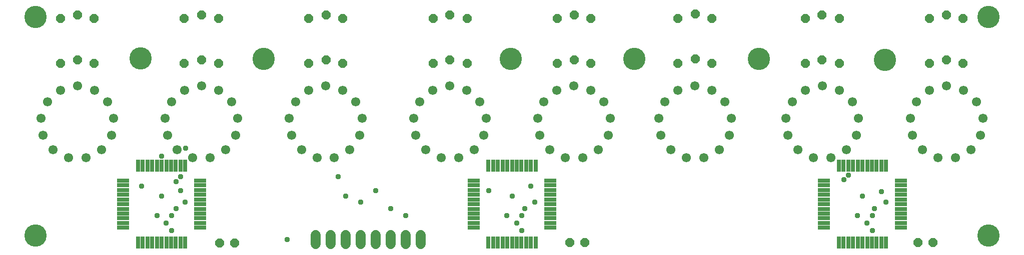
<source format=gbr>
G04 EAGLE Gerber RS-274X export*
G75*
%MOMM*%
%FSLAX34Y34*%
%LPD*%
%INSoldermask Top*%
%IPPOS*%
%AMOC8*
5,1,8,0,0,1.08239X$1,22.5*%
G01*
%ADD10C,3.784600*%
%ADD11P,1.649562X8X22.500000*%
%ADD12R,0.803200X2.103200*%
%ADD13R,2.103200X0.803200*%
%ADD14C,1.727200*%
%ADD15C,1.551200*%
%ADD16P,1.649562X8X112.500000*%
%ADD17C,0.959600*%


D10*
X31750Y31750D03*
X31750Y402590D03*
X1644650Y402590D03*
X1644650Y31750D03*
X209550Y332740D03*
X417830Y331470D03*
X1045210Y331470D03*
X835660Y331470D03*
X1256030Y331470D03*
X1469390Y330200D03*
D11*
X342900Y19050D03*
X368300Y19050D03*
X935990Y20320D03*
X961390Y20320D03*
X1525270Y20320D03*
X1550670Y20320D03*
D12*
X285110Y150090D03*
X277110Y150090D03*
X269110Y150090D03*
X261110Y150090D03*
X253110Y150090D03*
X245110Y150090D03*
X237110Y150090D03*
X229110Y150090D03*
X221110Y150090D03*
X213110Y150090D03*
X205110Y150090D03*
D13*
X180110Y125090D03*
X180110Y117090D03*
X180110Y109090D03*
X180110Y101090D03*
X180110Y93090D03*
X180110Y85090D03*
X180110Y77090D03*
X180110Y69090D03*
X180110Y61090D03*
X180110Y53090D03*
X180110Y45090D03*
D12*
X205110Y20090D03*
X213110Y20090D03*
X221110Y20090D03*
X229110Y20090D03*
X237110Y20090D03*
X245110Y20090D03*
X253110Y20090D03*
X261110Y20090D03*
X269110Y20090D03*
X277110Y20090D03*
X285110Y20090D03*
D13*
X310110Y45090D03*
X310110Y53090D03*
X310110Y61090D03*
X310110Y69090D03*
X310110Y77090D03*
X310110Y85090D03*
X310110Y93090D03*
X310110Y101090D03*
X310110Y109090D03*
X310110Y117090D03*
X310110Y125090D03*
D12*
X878200Y150090D03*
X870200Y150090D03*
X862200Y150090D03*
X854200Y150090D03*
X846200Y150090D03*
X838200Y150090D03*
X830200Y150090D03*
X822200Y150090D03*
X814200Y150090D03*
X806200Y150090D03*
X798200Y150090D03*
D13*
X773200Y125090D03*
X773200Y117090D03*
X773200Y109090D03*
X773200Y101090D03*
X773200Y93090D03*
X773200Y85090D03*
X773200Y77090D03*
X773200Y69090D03*
X773200Y61090D03*
X773200Y53090D03*
X773200Y45090D03*
D12*
X798200Y20090D03*
X806200Y20090D03*
X814200Y20090D03*
X822200Y20090D03*
X830200Y20090D03*
X838200Y20090D03*
X846200Y20090D03*
X854200Y20090D03*
X862200Y20090D03*
X870200Y20090D03*
X878200Y20090D03*
D13*
X903200Y45090D03*
X903200Y53090D03*
X903200Y61090D03*
X903200Y69090D03*
X903200Y77090D03*
X903200Y85090D03*
X903200Y93090D03*
X903200Y101090D03*
X903200Y109090D03*
X903200Y117090D03*
X903200Y125090D03*
D12*
X1471290Y150090D03*
X1463290Y150090D03*
X1455290Y150090D03*
X1447290Y150090D03*
X1439290Y150090D03*
X1431290Y150090D03*
X1423290Y150090D03*
X1415290Y150090D03*
X1407290Y150090D03*
X1399290Y150090D03*
X1391290Y150090D03*
D13*
X1366290Y125090D03*
X1366290Y117090D03*
X1366290Y109090D03*
X1366290Y101090D03*
X1366290Y93090D03*
X1366290Y85090D03*
X1366290Y77090D03*
X1366290Y69090D03*
X1366290Y61090D03*
X1366290Y53090D03*
X1366290Y45090D03*
D12*
X1391290Y20090D03*
X1399290Y20090D03*
X1407290Y20090D03*
X1415290Y20090D03*
X1423290Y20090D03*
X1431290Y20090D03*
X1439290Y20090D03*
X1447290Y20090D03*
X1455290Y20090D03*
X1463290Y20090D03*
X1471290Y20090D03*
D13*
X1496290Y45090D03*
X1496290Y53090D03*
X1496290Y61090D03*
X1496290Y69090D03*
X1496290Y77090D03*
X1496290Y85090D03*
X1496290Y93090D03*
X1496290Y101090D03*
X1496290Y109090D03*
X1496290Y117090D03*
X1496290Y125090D03*
D14*
X683260Y33020D02*
X683260Y17780D01*
X657860Y17780D02*
X657860Y33020D01*
X632460Y33020D02*
X632460Y17780D01*
X607060Y17780D02*
X607060Y33020D01*
X581660Y33020D02*
X581660Y17780D01*
X556260Y17780D02*
X556260Y33020D01*
X530860Y33020D02*
X530860Y17780D01*
X505460Y17780D02*
X505460Y33020D01*
D15*
X102616Y285673D03*
X73850Y278583D03*
X51674Y258937D03*
X41168Y231235D03*
X44739Y201824D03*
X61569Y177442D03*
X87803Y163673D03*
X117429Y163673D03*
X143663Y177442D03*
X160493Y201824D03*
X164064Y231235D03*
X153558Y258937D03*
X131382Y278583D03*
X312674Y285673D03*
X283908Y278583D03*
X261732Y258937D03*
X251226Y231235D03*
X254797Y201824D03*
X271627Y177442D03*
X297861Y163673D03*
X327487Y163673D03*
X353721Y177442D03*
X370551Y201824D03*
X374122Y231235D03*
X363616Y258937D03*
X341440Y278583D03*
X522732Y285673D03*
X493966Y278583D03*
X471790Y258937D03*
X461284Y231235D03*
X464855Y201824D03*
X481685Y177442D03*
X507919Y163673D03*
X537545Y163673D03*
X563779Y177442D03*
X580609Y201824D03*
X584180Y231235D03*
X573674Y258937D03*
X551498Y278583D03*
X732790Y285673D03*
X704024Y278583D03*
X681848Y258937D03*
X671342Y231235D03*
X674913Y201824D03*
X691743Y177442D03*
X717977Y163673D03*
X747603Y163673D03*
X773837Y177442D03*
X790667Y201824D03*
X794238Y231235D03*
X783732Y258937D03*
X761556Y278583D03*
X942848Y285673D03*
X914082Y278583D03*
X891906Y258937D03*
X881400Y231235D03*
X884971Y201824D03*
X901801Y177442D03*
X928035Y163673D03*
X957661Y163673D03*
X983895Y177442D03*
X1000725Y201824D03*
X1004296Y231235D03*
X993790Y258937D03*
X971614Y278583D03*
X1147826Y285673D03*
X1119060Y278583D03*
X1096884Y258937D03*
X1086378Y231235D03*
X1089949Y201824D03*
X1106779Y177442D03*
X1133013Y163673D03*
X1162639Y163673D03*
X1188873Y177442D03*
X1205703Y201824D03*
X1209274Y231235D03*
X1198768Y258937D03*
X1176592Y278583D03*
X1363218Y285673D03*
X1334452Y278583D03*
X1312276Y258937D03*
X1301770Y231235D03*
X1305341Y201824D03*
X1322171Y177442D03*
X1348405Y163673D03*
X1378031Y163673D03*
X1404265Y177442D03*
X1421095Y201824D03*
X1424666Y231235D03*
X1414160Y258937D03*
X1391984Y278583D03*
X1573530Y285673D03*
X1544764Y278583D03*
X1522588Y258937D03*
X1512082Y231235D03*
X1515653Y201824D03*
X1532483Y177442D03*
X1558717Y163673D03*
X1588343Y163673D03*
X1614577Y177442D03*
X1631407Y201824D03*
X1634978Y231235D03*
X1624472Y258937D03*
X1602296Y278583D03*
D16*
X102870Y330200D03*
X102870Y406400D03*
X130810Y323850D03*
X130810Y400050D03*
X283210Y323850D03*
X283210Y400050D03*
X341630Y323850D03*
X341630Y400050D03*
X494030Y323850D03*
X494030Y400050D03*
X551180Y323850D03*
X551180Y400050D03*
X704850Y323850D03*
X704850Y400050D03*
X762000Y323850D03*
X762000Y400050D03*
X914400Y323850D03*
X914400Y400050D03*
X971550Y323850D03*
X971550Y400050D03*
X1118870Y323850D03*
X1118870Y400050D03*
X312420Y330200D03*
X312420Y406400D03*
X1176020Y323850D03*
X1176020Y400050D03*
X1334770Y323850D03*
X1334770Y400050D03*
X1391920Y323850D03*
X1391920Y400050D03*
X1544320Y323850D03*
X1544320Y400050D03*
X1601470Y323850D03*
X1601470Y400050D03*
X523240Y330200D03*
X523240Y406400D03*
X732790Y330200D03*
X732790Y406400D03*
X943610Y330200D03*
X943610Y406400D03*
X1148080Y331470D03*
X1148080Y407670D03*
X1362710Y330200D03*
X1362710Y406400D03*
X1573530Y330200D03*
X1573530Y406400D03*
X73660Y323850D03*
X73660Y400050D03*
D17*
X252730Y53340D03*
X1438910Y53340D03*
X845820Y53340D03*
X261620Y40640D03*
X854710Y40640D03*
X1447800Y40640D03*
X261620Y66040D03*
X1447800Y66040D03*
X854710Y66040D03*
X237490Y66040D03*
X657860Y66040D03*
X829310Y66040D03*
X1422400Y66040D03*
X269240Y77470D03*
X1451610Y77470D03*
X859790Y77470D03*
X632460Y77470D03*
X276860Y107950D03*
X607060Y107950D03*
X284480Y88900D03*
X1470660Y88900D03*
X876300Y88900D03*
X581660Y88900D03*
X245110Y99060D03*
X1431290Y99060D03*
X838200Y99060D03*
X556260Y99060D03*
X543560Y132080D03*
X457200Y25400D03*
X210820Y115570D03*
X869950Y115570D03*
X798830Y107950D03*
X1463040Y106680D03*
X245110Y166370D03*
X285750Y180340D03*
X269240Y123190D03*
X276860Y132080D03*
X1399540Y127000D03*
X1407160Y134620D03*
M02*

</source>
